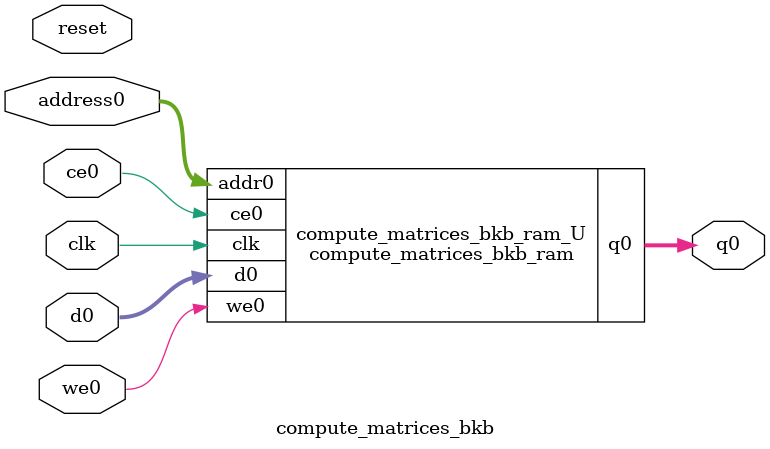
<source format=v>
`timescale 1 ns / 1 ps
module compute_matrices_bkb_ram (addr0, ce0, d0, we0, q0,  clk);

parameter DWIDTH = 64;
parameter AWIDTH = 3;
parameter MEM_SIZE = 6;

input[AWIDTH-1:0] addr0;
input ce0;
input[DWIDTH-1:0] d0;
input we0;
output reg[DWIDTH-1:0] q0;
input clk;

(* ram_style = "distributed" *)reg [DWIDTH-1:0] ram[0:MEM_SIZE-1];




always @(posedge clk)  
begin 
    if (ce0) begin
        if (we0) 
            ram[addr0] <= d0; 
        q0 <= ram[addr0];
    end
end


endmodule

`timescale 1 ns / 1 ps
module compute_matrices_bkb(
    reset,
    clk,
    address0,
    ce0,
    we0,
    d0,
    q0);

parameter DataWidth = 32'd64;
parameter AddressRange = 32'd6;
parameter AddressWidth = 32'd3;
input reset;
input clk;
input[AddressWidth - 1:0] address0;
input ce0;
input we0;
input[DataWidth - 1:0] d0;
output[DataWidth - 1:0] q0;



compute_matrices_bkb_ram compute_matrices_bkb_ram_U(
    .clk( clk ),
    .addr0( address0 ),
    .ce0( ce0 ),
    .we0( we0 ),
    .d0( d0 ),
    .q0( q0 ));

endmodule


</source>
